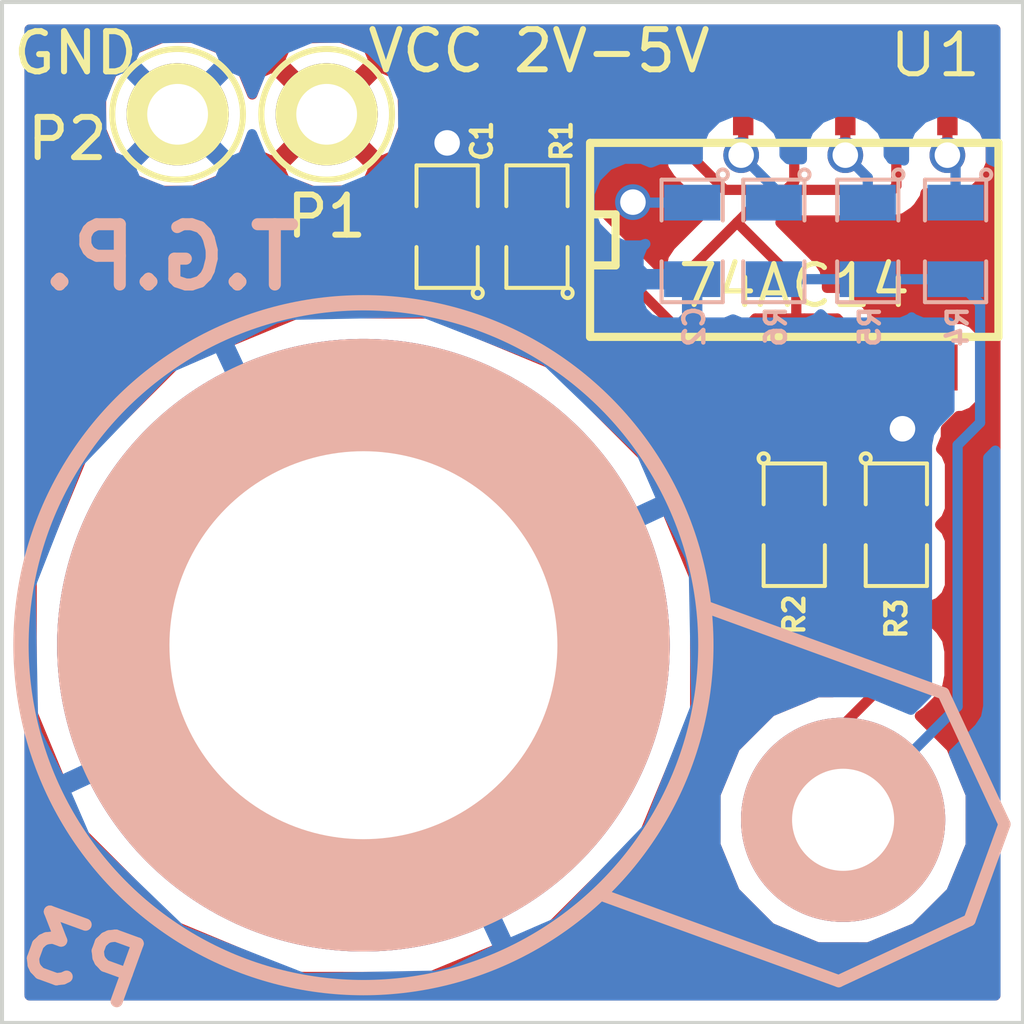
<source format=kicad_pcb>
(kicad_pcb (version 3) (host pcbnew "(2013-07-07 BZR 4022)-stable")

  (general
    (links 24)
    (no_connects 0)
    (area 176.210734 101.143599 201.827601 126.763333)
    (thickness 1.6)
    (drawings 6)
    (tracks 76)
    (zones 0)
    (modules 12)
    (nets 11)
  )

  (page A3)
  (layers
    (15 F.Cu signal)
    (0 B.Cu signal hide)
    (16 B.Adhes user)
    (17 F.Adhes user)
    (18 B.Paste user)
    (19 F.Paste user)
    (20 B.SilkS user)
    (21 F.SilkS user)
    (22 B.Mask user)
    (23 F.Mask user)
    (24 Dwgs.User user)
    (25 Cmts.User user)
    (26 Eco1.User user)
    (27 Eco2.User user)
    (28 Edge.Cuts user)
  )

  (setup
    (last_trace_width 0.254)
    (trace_clearance 0.254)
    (zone_clearance 0.508)
    (zone_45_only no)
    (trace_min 0.254)
    (segment_width 0.2)
    (edge_width 0.1)
    (via_size 0.889)
    (via_drill 0.635)
    (via_min_size 0.889)
    (via_min_drill 0.508)
    (uvia_size 0.508)
    (uvia_drill 0.127)
    (uvias_allowed no)
    (uvia_min_size 0.508)
    (uvia_min_drill 0.127)
    (pcb_text_width 0.3)
    (pcb_text_size 1.5 1.5)
    (mod_edge_width 0.15)
    (mod_text_size 1 1)
    (mod_text_width 0.15)
    (pad_size 2.54 2.54)
    (pad_drill 1.5113)
    (pad_to_mask_clearance 0)
    (aux_axis_origin 0 0)
    (visible_elements FFFFFFBF)
    (pcbplotparams
      (layerselection 284196865)
      (usegerberextensions true)
      (excludeedgelayer true)
      (linewidth 0.150000)
      (plotframeref false)
      (viasonmask false)
      (mode 1)
      (useauxorigin false)
      (hpglpennumber 1)
      (hpglpenspeed 20)
      (hpglpendiameter 15)
      (hpglpenoverlay 2)
      (psnegative false)
      (psa4output false)
      (plotreference true)
      (plotvalue true)
      (plotothertext true)
      (plotinvisibletext false)
      (padsonsilk false)
      (subtractmaskfromsilk false)
      (outputformat 1)
      (mirror false)
      (drillshape 0)
      (scaleselection 1)
      (outputdirectory "New Folder/"))
  )

  (net 0 "")
  (net 1 GND)
  (net 2 N-000001)
  (net 3 N-0000010)
  (net 4 N-000002)
  (net 5 N-000003)
  (net 6 N-000004)
  (net 7 N-000005)
  (net 8 N-000006)
  (net 9 N-000007)
  (net 10 VCC)

  (net_class Default "This is the default net class."
    (clearance 0.254)
    (trace_width 0.254)
    (via_dia 0.889)
    (via_drill 0.635)
    (uvia_dia 0.508)
    (uvia_drill 0.127)
    (add_net "")
    (add_net GND)
    (add_net N-000001)
    (add_net N-0000010)
    (add_net N-000002)
    (add_net N-000003)
    (add_net N-000004)
    (add_net N-000005)
    (add_net N-000006)
    (add_net N-000007)
    (add_net VCC)
  )

  (module SO14N (layer F.Cu) (tedit 52C90EEA) (tstamp 52C8BE5E)
    (at 196.088 106.9848)
    (descr "Module CMS SOJ 14 pins Large")
    (tags "CMS SOJ")
    (path /52C88D6B)
    (attr smd)
    (fp_text reference U1 (at 3.5052 -4.4704) (layer F.SilkS)
      (effects (font (size 1.016 1.143) (thickness 0.127)))
    )
    (fp_text value 74AC14 (at 0 1.27) (layer F.SilkS)
      (effects (font (size 1.016 1.016) (thickness 0.127)))
    )
    (fp_line (start 5.08 -2.286) (end 5.08 2.54) (layer F.SilkS) (width 0.2032))
    (fp_line (start 5.08 2.54) (end -5.08 2.54) (layer F.SilkS) (width 0.2032))
    (fp_line (start -5.08 2.54) (end -5.08 -2.286) (layer F.SilkS) (width 0.2032))
    (fp_line (start -5.08 -2.286) (end 5.08 -2.286) (layer F.SilkS) (width 0.2032))
    (fp_line (start -5.08 -0.508) (end -4.445 -0.508) (layer F.SilkS) (width 0.2032))
    (fp_line (start -4.445 -0.508) (end -4.445 0.762) (layer F.SilkS) (width 0.2032))
    (fp_line (start -4.445 0.762) (end -5.08 0.762) (layer F.SilkS) (width 0.2032))
    (pad 1 smd rect (at -3.81 3.302) (size 0.508 1.143)
      (layers F.Cu F.Paste F.Mask)
      (net 2 N-000001)
    )
    (pad 2 smd rect (at -2.54 3.302) (size 0.508 1.143)
      (layers F.Cu F.Paste F.Mask)
      (net 3 N-0000010)
    )
    (pad 3 smd rect (at -1.27 3.302) (size 0.508 1.143)
      (layers F.Cu F.Paste F.Mask)
      (net 3 N-0000010)
    )
    (pad 4 smd rect (at 0 3.302) (size 0.508 1.143)
      (layers F.Cu F.Paste F.Mask)
      (net 9 N-000007)
    )
    (pad 5 smd rect (at 1.27 3.302) (size 0.508 1.143)
      (layers F.Cu F.Paste F.Mask)
      (net 3 N-0000010)
    )
    (pad 6 smd rect (at 2.54 3.302) (size 0.508 1.143)
      (layers F.Cu F.Paste F.Mask)
      (net 8 N-000006)
    )
    (pad 7 smd rect (at 3.81 3.302) (size 0.508 1.143)
      (layers F.Cu F.Paste F.Mask)
      (net 1 GND)
    )
    (pad 8 smd rect (at 3.81 -3.048) (size 0.508 1.143)
      (layers F.Cu F.Paste F.Mask)
      (net 7 N-000005)
    )
    (pad 9 smd rect (at 2.54 -3.048) (size 0.508 1.143)
      (layers F.Cu F.Paste F.Mask)
      (net 3 N-0000010)
    )
    (pad 11 smd rect (at 0 -3.048) (size 0.508 1.143)
      (layers F.Cu F.Paste F.Mask)
      (net 3 N-0000010)
    )
    (pad 12 smd rect (at -1.27 -3.048) (size 0.508 1.143)
      (layers F.Cu F.Paste F.Mask)
      (net 5 N-000003)
    )
    (pad 13 smd rect (at -2.54 -3.048) (size 0.508 1.143)
      (layers F.Cu F.Paste F.Mask)
      (net 3 N-0000010)
    )
    (pad 14 smd rect (at -3.81 -3.048) (size 0.508 1.143)
      (layers F.Cu F.Paste F.Mask)
      (net 10 VCC)
    )
    (pad 10 smd rect (at 1.27 -3.048) (size 0.508 1.143)
      (layers F.Cu F.Paste F.Mask)
      (net 6 N-000004)
    )
    (model smd/cms_so14.wrl
      (at (xyz 0 0 0))
      (scale (xyz 0.5 0.4 0.5))
      (rotate (xyz 0 0 0))
    )
  )

  (module SM0805 (layer F.Cu) (tedit 52C909B5) (tstamp 52C8BE6B)
    (at 187.452 106.7816 90)
    (path /52C85AE6)
    (attr smd)
    (fp_text reference C1 (at 2.1336 0.8636 90) (layer F.SilkS)
      (effects (font (size 0.50038 0.50038) (thickness 0.10922)))
    )
    (fp_text value 47nF (at 0 0.381 90) (layer F.SilkS) hide
      (effects (font (size 0.50038 0.50038) (thickness 0.10922)))
    )
    (fp_circle (center -1.651 0.762) (end -1.651 0.635) (layer F.SilkS) (width 0.09906))
    (fp_line (start -0.508 0.762) (end -1.524 0.762) (layer F.SilkS) (width 0.09906))
    (fp_line (start -1.524 0.762) (end -1.524 -0.762) (layer F.SilkS) (width 0.09906))
    (fp_line (start -1.524 -0.762) (end -0.508 -0.762) (layer F.SilkS) (width 0.09906))
    (fp_line (start 0.508 -0.762) (end 1.524 -0.762) (layer F.SilkS) (width 0.09906))
    (fp_line (start 1.524 -0.762) (end 1.524 0.762) (layer F.SilkS) (width 0.09906))
    (fp_line (start 1.524 0.762) (end 0.508 0.762) (layer F.SilkS) (width 0.09906))
    (pad 1 smd rect (at -0.9525 0 90) (size 0.889 1.397)
      (layers F.Cu F.Paste F.Mask)
      (net 2 N-000001)
    )
    (pad 2 smd rect (at 0.9525 0 90) (size 0.889 1.397)
      (layers F.Cu F.Paste F.Mask)
      (net 1 GND)
    )
    (model smd/chip_cms.wrl
      (at (xyz 0 0 0))
      (scale (xyz 0.1 0.1 0.1))
      (rotate (xyz 0 0 0))
    )
  )

  (module SM0805 (layer B.Cu) (tedit 52C90A68) (tstamp 52C8BE78)
    (at 193.548 107.1372 270)
    (path /52C85B3A)
    (attr smd)
    (fp_text reference C2 (at 2.1336 -0.0508 270) (layer B.SilkS)
      (effects (font (size 0.50038 0.50038) (thickness 0.10922)) (justify mirror))
    )
    (fp_text value 100nF (at 0 -0.381 270) (layer B.SilkS) hide
      (effects (font (size 0.50038 0.50038) (thickness 0.10922)) (justify mirror))
    )
    (fp_circle (center -1.651 -0.762) (end -1.651 -0.635) (layer B.SilkS) (width 0.09906))
    (fp_line (start -0.508 -0.762) (end -1.524 -0.762) (layer B.SilkS) (width 0.09906))
    (fp_line (start -1.524 -0.762) (end -1.524 0.762) (layer B.SilkS) (width 0.09906))
    (fp_line (start -1.524 0.762) (end -0.508 0.762) (layer B.SilkS) (width 0.09906))
    (fp_line (start 0.508 0.762) (end 1.524 0.762) (layer B.SilkS) (width 0.09906))
    (fp_line (start 1.524 0.762) (end 1.524 -0.762) (layer B.SilkS) (width 0.09906))
    (fp_line (start 1.524 -0.762) (end 0.508 -0.762) (layer B.SilkS) (width 0.09906))
    (pad 1 smd rect (at -0.9525 0 270) (size 0.889 1.397)
      (layers B.Cu B.Paste B.Mask)
      (net 10 VCC)
    )
    (pad 2 smd rect (at 0.9525 0 270) (size 0.889 1.397)
      (layers B.Cu B.Paste B.Mask)
      (net 1 GND)
    )
    (model smd/chip_cms.wrl
      (at (xyz 0 0 0))
      (scale (xyz 0.1 0.1 0.1))
      (rotate (xyz 0 0 0))
    )
  )

  (module SM0805 (layer F.Cu) (tedit 52C90AD2) (tstamp 52C8BE85)
    (at 196.088 114.1984 270)
    (path /52C85C27)
    (attr smd)
    (fp_text reference R2 (at 2.2352 0 270) (layer F.SilkS)
      (effects (font (size 0.50038 0.50038) (thickness 0.10922)))
    )
    (fp_text value 220 (at 0 0.381 270) (layer F.SilkS) hide
      (effects (font (size 0.50038 0.50038) (thickness 0.10922)))
    )
    (fp_circle (center -1.651 0.762) (end -1.651 0.635) (layer F.SilkS) (width 0.09906))
    (fp_line (start -0.508 0.762) (end -1.524 0.762) (layer F.SilkS) (width 0.09906))
    (fp_line (start -1.524 0.762) (end -1.524 -0.762) (layer F.SilkS) (width 0.09906))
    (fp_line (start -1.524 -0.762) (end -0.508 -0.762) (layer F.SilkS) (width 0.09906))
    (fp_line (start 0.508 -0.762) (end 1.524 -0.762) (layer F.SilkS) (width 0.09906))
    (fp_line (start 1.524 -0.762) (end 1.524 0.762) (layer F.SilkS) (width 0.09906))
    (fp_line (start 1.524 0.762) (end 0.508 0.762) (layer F.SilkS) (width 0.09906))
    (pad 1 smd rect (at -0.9525 0 270) (size 0.889 1.397)
      (layers F.Cu F.Paste F.Mask)
      (net 9 N-000007)
    )
    (pad 2 smd rect (at 0.9525 0 270) (size 0.889 1.397)
      (layers F.Cu F.Paste F.Mask)
      (net 4 N-000002)
    )
    (model smd/chip_cms.wrl
      (at (xyz 0 0 0))
      (scale (xyz 0.1 0.1 0.1))
      (rotate (xyz 0 0 0))
    )
  )

  (module SM0805 (layer F.Cu) (tedit 52C90ACA) (tstamp 52C8BE92)
    (at 198.628 114.1984 270)
    (path /52C85C2D)
    (attr smd)
    (fp_text reference R3 (at 2.3368 0 270) (layer F.SilkS)
      (effects (font (size 0.50038 0.50038) (thickness 0.10922)))
    )
    (fp_text value 220 (at 0 0.381 270) (layer F.SilkS) hide
      (effects (font (size 0.50038 0.50038) (thickness 0.10922)))
    )
    (fp_circle (center -1.651 0.762) (end -1.651 0.635) (layer F.SilkS) (width 0.09906))
    (fp_line (start -0.508 0.762) (end -1.524 0.762) (layer F.SilkS) (width 0.09906))
    (fp_line (start -1.524 0.762) (end -1.524 -0.762) (layer F.SilkS) (width 0.09906))
    (fp_line (start -1.524 -0.762) (end -0.508 -0.762) (layer F.SilkS) (width 0.09906))
    (fp_line (start 0.508 -0.762) (end 1.524 -0.762) (layer F.SilkS) (width 0.09906))
    (fp_line (start 1.524 -0.762) (end 1.524 0.762) (layer F.SilkS) (width 0.09906))
    (fp_line (start 1.524 0.762) (end 0.508 0.762) (layer F.SilkS) (width 0.09906))
    (pad 1 smd rect (at -0.9525 0 270) (size 0.889 1.397)
      (layers F.Cu F.Paste F.Mask)
      (net 8 N-000006)
    )
    (pad 2 smd rect (at 0.9525 0 270) (size 0.889 1.397)
      (layers F.Cu F.Paste F.Mask)
      (net 4 N-000002)
    )
    (model smd/chip_cms.wrl
      (at (xyz 0 0 0))
      (scale (xyz 0.1 0.1 0.1))
      (rotate (xyz 0 0 0))
    )
  )

  (module SM0805 (layer B.Cu) (tedit 52C90A56) (tstamp 52C8BE9F)
    (at 200.1012 107.1372 270)
    (path /52C85C33)
    (attr smd)
    (fp_text reference R4 (at 2.1336 -0.0508 270) (layer B.SilkS)
      (effects (font (size 0.50038 0.50038) (thickness 0.10922)) (justify mirror))
    )
    (fp_text value 220 (at 0 -0.381 270) (layer B.SilkS) hide
      (effects (font (size 0.50038 0.50038) (thickness 0.10922)) (justify mirror))
    )
    (fp_circle (center -1.651 -0.762) (end -1.651 -0.635) (layer B.SilkS) (width 0.09906))
    (fp_line (start -0.508 -0.762) (end -1.524 -0.762) (layer B.SilkS) (width 0.09906))
    (fp_line (start -1.524 -0.762) (end -1.524 0.762) (layer B.SilkS) (width 0.09906))
    (fp_line (start -1.524 0.762) (end -0.508 0.762) (layer B.SilkS) (width 0.09906))
    (fp_line (start 0.508 0.762) (end 1.524 0.762) (layer B.SilkS) (width 0.09906))
    (fp_line (start 1.524 0.762) (end 1.524 -0.762) (layer B.SilkS) (width 0.09906))
    (fp_line (start 1.524 -0.762) (end 0.508 -0.762) (layer B.SilkS) (width 0.09906))
    (pad 1 smd rect (at -0.9525 0 270) (size 0.889 1.397)
      (layers B.Cu B.Paste B.Mask)
      (net 7 N-000005)
    )
    (pad 2 smd rect (at 0.9525 0 270) (size 0.889 1.397)
      (layers B.Cu B.Paste B.Mask)
      (net 4 N-000002)
    )
    (model smd/chip_cms.wrl
      (at (xyz 0 0 0))
      (scale (xyz 0.1 0.1 0.1))
      (rotate (xyz 0 0 0))
    )
  )

  (module SM0805 (layer B.Cu) (tedit 52C90A5B) (tstamp 52C8BEAC)
    (at 197.9168 107.1372 270)
    (path /52C85C43)
    (attr smd)
    (fp_text reference R5 (at 2.1336 -0.0508 270) (layer B.SilkS)
      (effects (font (size 0.50038 0.50038) (thickness 0.10922)) (justify mirror))
    )
    (fp_text value 220 (at 0 -0.381 270) (layer B.SilkS) hide
      (effects (font (size 0.50038 0.50038) (thickness 0.10922)) (justify mirror))
    )
    (fp_circle (center -1.651 -0.762) (end -1.651 -0.635) (layer B.SilkS) (width 0.09906))
    (fp_line (start -0.508 -0.762) (end -1.524 -0.762) (layer B.SilkS) (width 0.09906))
    (fp_line (start -1.524 -0.762) (end -1.524 0.762) (layer B.SilkS) (width 0.09906))
    (fp_line (start -1.524 0.762) (end -0.508 0.762) (layer B.SilkS) (width 0.09906))
    (fp_line (start 0.508 0.762) (end 1.524 0.762) (layer B.SilkS) (width 0.09906))
    (fp_line (start 1.524 0.762) (end 1.524 -0.762) (layer B.SilkS) (width 0.09906))
    (fp_line (start 1.524 -0.762) (end 0.508 -0.762) (layer B.SilkS) (width 0.09906))
    (pad 1 smd rect (at -0.9525 0 270) (size 0.889 1.397)
      (layers B.Cu B.Paste B.Mask)
      (net 6 N-000004)
    )
    (pad 2 smd rect (at 0.9525 0 270) (size 0.889 1.397)
      (layers B.Cu B.Paste B.Mask)
      (net 4 N-000002)
    )
    (model smd/chip_cms.wrl
      (at (xyz 0 0 0))
      (scale (xyz 0.1 0.1 0.1))
      (rotate (xyz 0 0 0))
    )
  )

  (module SM0805 (layer B.Cu) (tedit 52C90A60) (tstamp 52C8BEB9)
    (at 195.58 107.1372 270)
    (path /52C85C49)
    (attr smd)
    (fp_text reference R6 (at 2.1336 -0.0508 270) (layer B.SilkS)
      (effects (font (size 0.50038 0.50038) (thickness 0.10922)) (justify mirror))
    )
    (fp_text value 220 (at 0 -0.381 270) (layer B.SilkS) hide
      (effects (font (size 0.50038 0.50038) (thickness 0.10922)) (justify mirror))
    )
    (fp_circle (center -1.651 -0.762) (end -1.651 -0.635) (layer B.SilkS) (width 0.09906))
    (fp_line (start -0.508 -0.762) (end -1.524 -0.762) (layer B.SilkS) (width 0.09906))
    (fp_line (start -1.524 -0.762) (end -1.524 0.762) (layer B.SilkS) (width 0.09906))
    (fp_line (start -1.524 0.762) (end -0.508 0.762) (layer B.SilkS) (width 0.09906))
    (fp_line (start 0.508 0.762) (end 1.524 0.762) (layer B.SilkS) (width 0.09906))
    (fp_line (start 1.524 0.762) (end 1.524 -0.762) (layer B.SilkS) (width 0.09906))
    (fp_line (start 1.524 -0.762) (end 0.508 -0.762) (layer B.SilkS) (width 0.09906))
    (pad 1 smd rect (at -0.9525 0 270) (size 0.889 1.397)
      (layers B.Cu B.Paste B.Mask)
      (net 5 N-000003)
    )
    (pad 2 smd rect (at 0.9525 0 270) (size 0.889 1.397)
      (layers B.Cu B.Paste B.Mask)
      (net 4 N-000002)
    )
    (model smd/chip_cms.wrl
      (at (xyz 0 0 0))
      (scale (xyz 0.1 0.1 0.1))
      (rotate (xyz 0 0 0))
    )
  )

  (module SM0805 (layer F.Cu) (tedit 52C909A0) (tstamp 52C8BEC6)
    (at 189.6872 106.7816 90)
    (path /52C8ACF2)
    (attr smd)
    (fp_text reference R1 (at 2.1336 0.6096 90) (layer F.SilkS)
      (effects (font (size 0.50038 0.50038) (thickness 0.10922)))
    )
    (fp_text value 6.8K (at 0 0.381 90) (layer F.SilkS) hide
      (effects (font (size 0.50038 0.50038) (thickness 0.10922)))
    )
    (fp_circle (center -1.651 0.762) (end -1.651 0.635) (layer F.SilkS) (width 0.09906))
    (fp_line (start -0.508 0.762) (end -1.524 0.762) (layer F.SilkS) (width 0.09906))
    (fp_line (start -1.524 0.762) (end -1.524 -0.762) (layer F.SilkS) (width 0.09906))
    (fp_line (start -1.524 -0.762) (end -0.508 -0.762) (layer F.SilkS) (width 0.09906))
    (fp_line (start 0.508 -0.762) (end 1.524 -0.762) (layer F.SilkS) (width 0.09906))
    (fp_line (start 1.524 -0.762) (end 1.524 0.762) (layer F.SilkS) (width 0.09906))
    (fp_line (start 1.524 0.762) (end 0.508 0.762) (layer F.SilkS) (width 0.09906))
    (pad 1 smd rect (at -0.9525 0 90) (size 0.889 1.397)
      (layers F.Cu F.Paste F.Mask)
      (net 2 N-000001)
    )
    (pad 2 smd rect (at 0.9525 0 90) (size 0.889 1.397)
      (layers F.Cu F.Paste F.Mask)
      (net 3 N-0000010)
    )
    (model smd/chip_cms.wrl
      (at (xyz 0 0 0))
      (scale (xyz 0.1 0.1 0.1))
      (rotate (xyz 0 0 0))
    )
  )

  (module TESTPOINT_1PIN (layer F.Cu) (tedit 52C90BF5) (tstamp 52C9F278)
    (at 184.4548 103.9876)
    (path /52C8AFBA)
    (fp_text reference P1 (at 0 2.54) (layer F.SilkS)
      (effects (font (size 1 1) (thickness 0.15)))
    )
    (fp_text value "VCC 2V-5V" (at 5.2832 -1.5748) (layer F.SilkS)
      (effects (font (size 1 1) (thickness 0.15)))
    )
    (fp_circle (center 0 0) (end 1.6256 0) (layer F.SilkS) (width 0.15))
    (pad 1 thru_hole circle (at 0 0) (size 2.54 2.54) (drill 1.5113)
      (layers *.Cu *.Mask F.SilkS)
      (net 10 VCC)
      (solder_mask_margin 0.254)
    )
  )

  (module TESTPOINT_1PIN (layer F.Cu) (tedit 52C90E59) (tstamp 52C9F27E)
    (at 180.7464 103.9876)
    (path /52C8AFC0)
    (fp_text reference P2 (at -2.7432 0.6096) (layer F.SilkS)
      (effects (font (size 1 1) (thickness 0.15)))
    )
    (fp_text value GND (at -2.54 -1.524) (layer F.SilkS)
      (effects (font (size 1 1) (thickness 0.15)))
    )
    (fp_circle (center 0 0) (end 1.6256 0) (layer F.SilkS) (width 0.15))
    (pad 1 thru_hole circle (at 0 0) (size 2.54 2.54) (drill 1.5113)
      (layers *.Cu *.Mask F.SilkS)
      (net 1 GND)
      (solder_mask_margin 0.254)
    )
  )

  (module bnc (layer B.Cu) (tedit 52C90AB5) (tstamp 52C9F325)
    (at 185.3692 117.1956 340)
    (path /52C85DCB)
    (fp_text reference P3 (at -3.864193 9.731727 340) (layer B.SilkS)
      (effects (font (size 1.524 1.524) (thickness 0.3048)) (justify mirror))
    )
    (fp_text value BNC (at 0.400848 -9.444256 340) (layer B.SilkS) hide
      (effects (font (size 1.524 1.524) (thickness 0.3048)) (justify mirror))
    )
    (fp_line (start 7.62 -3.81) (end 13.97 -3.81) (layer B.SilkS) (width 0.3048))
    (fp_line (start 13.97 -3.81) (end 16.51 -1.27) (layer B.SilkS) (width 0.3048))
    (fp_line (start 16.51 -1.27) (end 16.51 1.27) (layer B.SilkS) (width 0.3048))
    (fp_line (start 16.51 1.27) (end 13.97 3.81) (layer B.SilkS) (width 0.3048))
    (fp_line (start 13.97 3.81) (end 7.62 3.81) (layer B.SilkS) (width 0.3048))
    (fp_circle (center 0 0) (end 7.62 -3.81) (layer B.SilkS) (width 0.381))
    (pad 2 thru_hole circle (at 0 0 340) (size 15.24 15.24) (drill 9.652)
      (layers *.Cu *.Mask B.SilkS)
      (net 1 GND)
    )
    (pad 1 thru_hole circle (at 12.7 0 340) (size 5.08 5.08) (drill 2.54)
      (layers *.Cu *.Mask B.SilkS)
      (net 4 N-000002)
    )
    (model device/bnc.wrl
      (at (xyz 0 0 0))
      (scale (xyz 2 2 2))
      (rotate (xyz 0 0 0))
    )
  )

  (gr_text "Schmitt\nTrigger\nOsc" (at 176.9872 106.934) (layer F.Mask)
    (effects (font (size 1.016 1.016) (thickness 0.1905)) (justify left))
  )
  (gr_text T.G.P. (at 180.594 107.5436) (layer B.SilkS)
    (effects (font (size 1.5 1.5) (thickness 0.3)) (justify mirror))
  )
  (gr_line (start 176.3776 101.1936) (end 176.3776 126.5936) (angle 90) (layer Edge.Cuts) (width 0.1))
  (gr_line (start 201.7776 101.1936) (end 176.3776 101.1936) (angle 90) (layer Edge.Cuts) (width 0.1))
  (gr_line (start 201.7776 126.5936) (end 201.7776 101.1936) (angle 90) (layer Edge.Cuts) (width 0.1))
  (gr_line (start 176.3776 126.5936) (end 201.7776 126.5936) (angle 90) (layer Edge.Cuts) (width 0.1))

  (segment (start 199.898 110.2868) (end 199.898 110.6932) (width 0.254) (layer F.Cu) (net 1))
  (via (at 198.7804 111.8108) (size 0.889) (layers F.Cu B.Cu) (net 1))
  (segment (start 199.898 110.6932) (end 198.7804 111.8108) (width 0.254) (layer F.Cu) (net 1) (tstamp 52C9FAFB))
  (segment (start 187.452 105.8291) (end 187.452 104.6988) (width 0.254) (layer F.Cu) (net 1))
  (via (at 187.452 104.6988) (size 0.889) (layers F.Cu B.Cu) (net 1))
  (segment (start 192.278 110.2868) (end 192.2399 110.2868) (width 0.254) (layer F.Cu) (net 2))
  (segment (start 192.2399 110.2868) (end 189.6872 107.7341) (width 0.254) (layer F.Cu) (net 2) (tstamp 52C9F7B8))
  (segment (start 189.6872 107.7341) (end 187.452 107.7341) (width 0.254) (layer F.Cu) (net 2) (tstamp 52C9F7B9))
  (segment (start 194.6656 106.68) (end 195.4784 105.8672) (width 0.254) (layer F.Cu) (net 3))
  (segment (start 195.4784 105.8672) (end 195.4276 105.8672) (width 0.254) (layer F.Cu) (net 3) (tstamp 52C9FB25))
  (segment (start 196.088 103.9368) (end 196.088 105.664) (width 0.254) (layer F.Cu) (net 3))
  (segment (start 196.088 105.664) (end 195.8848 105.8672) (width 0.254) (layer F.Cu) (net 3) (tstamp 52C9FB20))
  (segment (start 198.628 103.9368) (end 198.628 105.7656) (width 0.254) (layer F.Cu) (net 3))
  (segment (start 193.548 105.0544) (end 193.548 103.9368) (width 0.254) (layer F.Cu) (net 3) (tstamp 52C9FB1C))
  (segment (start 195.4276 105.8672) (end 194.3608 105.8672) (width 0.254) (layer F.Cu) (net 3) (tstamp 52C9FB28))
  (segment (start 194.3608 105.8672) (end 193.548 105.0544) (width 0.254) (layer F.Cu) (net 3) (tstamp 52C9FB1B))
  (segment (start 198.5264 105.8672) (end 195.8848 105.8672) (width 0.254) (layer F.Cu) (net 3) (tstamp 52C9FB1A))
  (segment (start 195.8848 105.8672) (end 195.4276 105.8672) (width 0.254) (layer F.Cu) (net 3) (tstamp 52C9FB23))
  (segment (start 198.628 105.7656) (end 198.5264 105.8672) (width 0.254) (layer F.Cu) (net 3) (tstamp 52C9FB19))
  (segment (start 196.1388 109.0676) (end 196.1388 108.1532) (width 0.254) (layer F.Cu) (net 3))
  (segment (start 196.1388 108.1532) (end 194.6656 106.68) (width 0.254) (layer F.Cu) (net 3) (tstamp 52C9FA63))
  (segment (start 193.548 110.2868) (end 193.548 107.7976) (width 0.254) (layer F.Cu) (net 3))
  (segment (start 193.548 107.7976) (end 194.6656 106.68) (width 0.254) (layer F.Cu) (net 3) (tstamp 52C9FA5D))
  (segment (start 197.358 110.2868) (end 197.358 109.2708) (width 0.254) (layer F.Cu) (net 3))
  (segment (start 197.358 109.2708) (end 197.1548 109.0676) (width 0.254) (layer F.Cu) (net 3) (tstamp 52C9FA43))
  (segment (start 197.1548 109.0676) (end 196.342 109.0676) (width 0.254) (layer F.Cu) (net 3) (tstamp 52C9FA44))
  (segment (start 194.818 109.3724) (end 194.818 110.2868) (width 0.254) (layer F.Cu) (net 3) (tstamp 52C9FA46))
  (segment (start 196.342 109.0676) (end 196.1388 109.0676) (width 0.254) (layer F.Cu) (net 3) (tstamp 52C9FA54))
  (segment (start 196.1388 109.0676) (end 195.1228 109.0676) (width 0.254) (layer F.Cu) (net 3) (tstamp 52C9FA61))
  (segment (start 195.1228 109.0676) (end 194.818 109.3724) (width 0.254) (layer F.Cu) (net 3) (tstamp 52C9FA45))
  (segment (start 193.548 110.2868) (end 193.548 109.6899) (width 0.254) (layer F.Cu) (net 3))
  (segment (start 193.548 109.6899) (end 189.6872 105.8291) (width 0.254) (layer F.Cu) (net 3) (tstamp 52C9F802))
  (segment (start 197.303296 121.539256) (end 197.303296 119.180704) (width 0.254) (layer F.Cu) (net 4))
  (segment (start 197.5739 115.1509) (end 197.4723 115.1509) (width 0.254) (layer F.Cu) (net 4) (tstamp 52C9FB57))
  (segment (start 197.0024 115.7224) (end 197.5739 115.1509) (width 0.254) (layer F.Cu) (net 4) (tstamp 52C9FB56))
  (segment (start 196.6976 116.0272) (end 197.0024 115.7224) (width 0.254) (layer F.Cu) (net 4) (tstamp 52C9FB55))
  (segment (start 196.6976 116.4336) (end 196.6976 116.0272) (width 0.254) (layer F.Cu) (net 4) (tstamp 52C9FB54))
  (segment (start 197.1548 116.8908) (end 196.6976 116.4336) (width 0.254) (layer F.Cu) (net 4) (tstamp 52C9FB53))
  (segment (start 198.7296 116.8908) (end 197.1548 116.8908) (width 0.254) (layer F.Cu) (net 4) (tstamp 52C9FB52))
  (segment (start 199.1868 117.348) (end 198.7296 116.8908) (width 0.254) (layer F.Cu) (net 4) (tstamp 52C9FB51))
  (segment (start 199.1868 117.9576) (end 199.1868 117.348) (width 0.254) (layer F.Cu) (net 4) (tstamp 52C9FB50))
  (segment (start 198.8312 118.3132) (end 199.1868 117.9576) (width 0.254) (layer F.Cu) (net 4) (tstamp 52C9FB4F))
  (segment (start 198.1708 118.3132) (end 198.8312 118.3132) (width 0.254) (layer F.Cu) (net 4) (tstamp 52C9FB4E))
  (segment (start 197.303296 119.180704) (end 198.1708 118.3132) (width 0.254) (layer F.Cu) (net 4) (tstamp 52C9FB4D))
  (segment (start 196.088 115.1509) (end 197.1548 115.1509) (width 0.254) (layer F.Cu) (net 4))
  (segment (start 197.1548 115.1509) (end 197.4723 115.1509) (width 0.254) (layer F.Cu) (net 4) (tstamp 52C9FAB6))
  (segment (start 197.4723 115.1509) (end 198.628 115.1509) (width 0.254) (layer F.Cu) (net 4) (tstamp 52C9FB5A))
  (segment (start 197.303296 121.539256) (end 197.332344 121.539256) (width 0.254) (layer B.Cu) (net 4))
  (segment (start 197.332344 121.539256) (end 200.152 118.7196) (width 0.254) (layer B.Cu) (net 4) (tstamp 52C9FA6F))
  (segment (start 200.152 118.7196) (end 200.152 112.2172) (width 0.254) (layer B.Cu) (net 4) (tstamp 52C9FA70))
  (segment (start 200.152 112.2172) (end 200.7108 111.6584) (width 0.254) (layer B.Cu) (net 4) (tstamp 52C9FA72))
  (segment (start 200.7108 111.6584) (end 200.7108 108.6993) (width 0.254) (layer B.Cu) (net 4) (tstamp 52C9FA73))
  (segment (start 200.7108 108.6993) (end 200.1012 108.0897) (width 0.254) (layer B.Cu) (net 4) (tstamp 52C9FA74))
  (segment (start 197.9168 108.0897) (end 200.1012 108.0897) (width 0.254) (layer B.Cu) (net 4))
  (segment (start 195.58 108.0897) (end 197.9168 108.0897) (width 0.254) (layer B.Cu) (net 4))
  (segment (start 195.58 106.1847) (end 195.58 105.8164) (width 0.254) (layer B.Cu) (net 5))
  (segment (start 194.818 104.9528) (end 194.818 103.9368) (width 0.254) (layer F.Cu) (net 5) (tstamp 52C9FB16))
  (segment (start 194.7672 105.0036) (end 194.818 104.9528) (width 0.254) (layer F.Cu) (net 5) (tstamp 52C9FB15))
  (via (at 194.7672 105.0036) (size 0.889) (layers F.Cu B.Cu) (net 5))
  (segment (start 195.58 105.8164) (end 194.7672 105.0036) (width 0.254) (layer B.Cu) (net 5) (tstamp 52C9FB13))
  (segment (start 197.9168 106.1847) (end 197.9168 105.5624) (width 0.254) (layer B.Cu) (net 6))
  (segment (start 197.358 105.0036) (end 197.358 103.9368) (width 0.254) (layer F.Cu) (net 6) (tstamp 52C9FB0E))
  (via (at 197.358 105.0036) (size 0.889) (layers F.Cu B.Cu) (net 6))
  (segment (start 197.9168 105.5624) (end 197.358 105.0036) (width 0.254) (layer B.Cu) (net 6) (tstamp 52C9FB0C))
  (segment (start 200.1012 106.1847) (end 200.1012 105.2068) (width 0.254) (layer B.Cu) (net 7))
  (segment (start 199.898 105.0036) (end 199.898 103.9368) (width 0.254) (layer F.Cu) (net 7) (tstamp 52C9FB07))
  (via (at 199.898 105.0036) (size 0.889) (layers F.Cu B.Cu) (net 7))
  (segment (start 200.1012 105.2068) (end 199.898 105.0036) (width 0.254) (layer B.Cu) (net 7) (tstamp 52C9FB05))
  (segment (start 198.628 110.2868) (end 198.628 110.5408) (width 0.254) (layer F.Cu) (net 8))
  (segment (start 197.5612 112.1791) (end 198.628 113.2459) (width 0.254) (layer F.Cu) (net 8) (tstamp 52C9FB30))
  (segment (start 197.5612 111.6076) (end 197.5612 112.1791) (width 0.254) (layer F.Cu) (net 8) (tstamp 52C9FB2F))
  (segment (start 198.628 110.5408) (end 197.5612 111.6076) (width 0.254) (layer F.Cu) (net 8) (tstamp 52C9FB2E))
  (segment (start 196.088 110.2868) (end 196.088 113.2459) (width 0.254) (layer F.Cu) (net 9))
  (segment (start 193.548 106.1847) (end 192.0875 106.1847) (width 0.254) (layer B.Cu) (net 10))
  (via (at 192.0748 106.172) (size 0.889) (layers F.Cu B.Cu) (net 10))
  (segment (start 192.0875 106.1847) (end 192.0748 106.172) (width 0.254) (layer B.Cu) (net 10) (tstamp 52C9FAC1))

  (zone (net 10) (net_name VCC) (layer F.Cu) (tstamp 52C9F9B3) (hatch edge 0.508)
    (connect_pads (clearance 0.508))
    (min_thickness 0.254)
    (fill (arc_segments 16) (thermal_gap 0.508) (thermal_bridge_width 0.508))
    (polygon
      (pts
        (xy 201.676 126.492) (xy 176.4792 126.492) (xy 176.4792 101.2952) (xy 201.676 101.2952)
      )
    )
    (filled_polygon
      (pts
        (xy 201.0926 125.9086) (xy 200.977687 125.9086) (xy 200.977687 104.789816) (xy 200.813689 104.392911) (xy 200.78711 104.366285)
        (xy 200.78711 103.239545) (xy 200.690641 103.006071) (xy 200.512168 102.827287) (xy 200.278864 102.730411) (xy 200.026245 102.73019)
        (xy 199.518245 102.73019) (xy 199.284771 102.826659) (xy 199.263118 102.848273) (xy 199.242168 102.827287) (xy 199.008864 102.730411)
        (xy 198.756245 102.73019) (xy 198.248245 102.73019) (xy 198.014771 102.826659) (xy 197.993118 102.848273) (xy 197.972168 102.827287)
        (xy 197.738864 102.730411) (xy 197.486245 102.73019) (xy 196.978245 102.73019) (xy 196.744771 102.826659) (xy 196.723118 102.848273)
        (xy 196.702168 102.827287) (xy 196.468864 102.730411) (xy 196.216245 102.73019) (xy 195.708245 102.73019) (xy 195.474771 102.826659)
        (xy 195.453118 102.848273) (xy 195.432168 102.827287) (xy 195.198864 102.730411) (xy 194.946245 102.73019) (xy 194.438245 102.73019)
        (xy 194.204771 102.826659) (xy 194.183118 102.848273) (xy 194.162168 102.827287) (xy 193.928864 102.730411) (xy 193.676245 102.73019)
        (xy 193.168245 102.73019) (xy 192.934771 102.826659) (xy 192.913 102.848392) (xy 192.891229 102.826659) (xy 192.657755 102.73019)
        (xy 192.56375 102.7303) (xy 192.405 102.88905) (xy 192.405 103.8098) (xy 192.425 103.8098) (xy 192.425 104.0638)
        (xy 192.405 104.0638) (xy 192.405 104.98455) (xy 192.56375 105.1433) (xy 192.657755 105.14341) (xy 192.79262 105.087684)
        (xy 192.844004 105.346005) (xy 193.009185 105.593215) (xy 193.821984 106.406015) (xy 193.821985 106.406015) (xy 193.845944 106.422025)
        (xy 193.009185 107.258785) (xy 192.844004 107.505995) (xy 192.786 107.7976) (xy 192.786 107.850269) (xy 192.151 107.215269)
        (xy 192.151 104.98455) (xy 192.151 104.0638) (xy 192.151 103.8098) (xy 192.151 102.88905) (xy 191.99225 102.7303)
        (xy 191.898245 102.73019) (xy 191.664771 102.826659) (xy 191.485987 103.005132) (xy 191.389111 103.238436) (xy 191.38889 103.491055)
        (xy 191.389 103.65105) (xy 191.54775 103.8098) (xy 192.151 103.8098) (xy 192.151 104.0638) (xy 191.54775 104.0638)
        (xy 191.389 104.22255) (xy 191.38889 104.382545) (xy 191.389111 104.635164) (xy 191.485987 104.868468) (xy 191.664771 105.046941)
        (xy 191.898245 105.14341) (xy 191.99225 105.1433) (xy 192.151 104.98455) (xy 192.151 107.215269) (xy 191.02081 106.085079)
        (xy 191.02081 105.258845) (xy 190.924341 105.025371) (xy 190.745868 104.846587) (xy 190.512564 104.749711) (xy 190.259945 104.74949)
        (xy 188.862945 104.74949) (xy 188.629471 104.845959) (xy 188.569652 104.905673) (xy 188.531354 104.867309) (xy 188.531687 104.485016)
        (xy 188.367689 104.088111) (xy 188.064286 103.784178) (xy 187.667668 103.619487) (xy 187.238216 103.619113) (xy 186.841311 103.783111)
        (xy 186.537378 104.086514) (xy 186.372687 104.483132) (xy 186.372351 104.867839) (xy 186.36906 104.871124) (xy 186.36906 104.316564)
        (xy 186.349235 103.558968) (xy 186.097456 102.951121) (xy 185.802576 102.819429) (xy 185.622971 102.999034) (xy 185.622971 102.639824)
        (xy 185.491279 102.344944) (xy 184.783764 102.07334) (xy 184.026168 102.093165) (xy 183.418321 102.344944) (xy 183.286629 102.639824)
        (xy 184.4548 103.807995) (xy 185.622971 102.639824) (xy 185.622971 102.999034) (xy 184.634405 103.9876) (xy 185.802576 105.155771)
        (xy 186.097456 105.024079) (xy 186.36906 104.316564) (xy 186.36906 104.871124) (xy 186.215487 105.024432) (xy 186.118611 105.257736)
        (xy 186.11839 105.510355) (xy 186.11839 106.399355) (xy 186.214859 106.632829) (xy 186.363473 106.781702) (xy 186.215487 106.929432)
        (xy 186.118611 107.162736) (xy 186.11839 107.415355) (xy 186.11839 108.304355) (xy 186.214859 108.537829) (xy 186.393332 108.716613)
        (xy 186.626636 108.813489) (xy 186.879255 108.81371) (xy 188.276255 108.81371) (xy 188.509729 108.717241) (xy 188.569547 108.657526)
        (xy 188.628532 108.716613) (xy 188.861836 108.813489) (xy 189.114455 108.81371) (xy 189.689179 108.81371) (xy 191.38889 110.51342)
        (xy 191.38889 110.984055) (xy 191.485359 111.217529) (xy 191.663832 111.396313) (xy 191.897136 111.493189) (xy 192.149755 111.49341)
        (xy 192.657755 111.49341) (xy 192.891229 111.396941) (xy 192.912881 111.375326) (xy 192.933832 111.396313) (xy 193.167136 111.493189)
        (xy 193.419755 111.49341) (xy 193.927755 111.49341) (xy 194.161229 111.396941) (xy 194.182881 111.375326) (xy 194.203832 111.396313)
        (xy 194.437136 111.493189) (xy 194.689755 111.49341) (xy 195.197755 111.49341) (xy 195.326 111.44042) (xy 195.326 112.16629)
        (xy 195.263745 112.16629) (xy 195.030271 112.262759) (xy 194.851487 112.441232) (xy 194.754611 112.674536) (xy 194.75439 112.927155)
        (xy 194.75439 113.816155) (xy 194.850859 114.049629) (xy 194.999473 114.198502) (xy 194.851487 114.346232) (xy 194.754611 114.579536)
        (xy 194.75439 114.832155) (xy 194.75439 115.721155) (xy 194.850859 115.954629) (xy 195.029332 116.133413) (xy 195.262636 116.230289)
        (xy 195.515255 116.23051) (xy 195.9356 116.23051) (xy 195.9356 116.4336) (xy 195.993604 116.725205) (xy 196.158785 116.972415)
        (xy 196.615984 117.429615) (xy 196.615985 117.429615) (xy 196.863195 117.594796) (xy 197.1548 117.6528) (xy 197.813948 117.6528)
        (xy 197.631984 117.774385) (xy 197.042341 118.364027) (xy 196.67452 118.363707) (xy 195.507153 118.846053) (xy 194.613232 119.738415)
        (xy 194.128849 120.904939) (xy 194.127747 122.168032) (xy 194.610093 123.335399) (xy 195.502455 124.22932) (xy 196.668979 124.713703)
        (xy 197.932072 124.714805) (xy 199.099439 124.232459) (xy 199.99336 123.340097) (xy 200.477743 122.173573) (xy 200.478845 120.91048)
        (xy 199.996499 119.743113) (xy 199.212212 118.957455) (xy 199.370015 118.852015) (xy 199.725615 118.496416) (xy 199.725615 118.496415)
        (xy 199.890796 118.249205) (xy 199.948799 117.9576) (xy 199.9488 117.9576) (xy 199.9488 117.348) (xy 199.890796 117.056395)
        (xy 199.725615 116.809185) (xy 199.725615 116.809184) (xy 199.268415 116.351985) (xy 199.086615 116.23051) (xy 199.452255 116.23051)
        (xy 199.685729 116.134041) (xy 199.864513 115.955568) (xy 199.961389 115.722264) (xy 199.96161 115.469645) (xy 199.96161 114.580645)
        (xy 199.865141 114.347171) (xy 199.716526 114.198297) (xy 199.864513 114.050568) (xy 199.961389 113.817264) (xy 199.96161 113.564645)
        (xy 199.96161 112.675645) (xy 199.865141 112.442171) (xy 199.7394 112.316211) (xy 199.859713 112.026468) (xy 199.859902 111.808927)
        (xy 200.17542 111.49341) (xy 200.277755 111.49341) (xy 200.511229 111.396941) (xy 200.690013 111.218468) (xy 200.786889 110.985164)
        (xy 200.78711 110.732545) (xy 200.78711 109.589545) (xy 200.690641 109.356071) (xy 200.512168 109.177287) (xy 200.278864 109.080411)
        (xy 200.026245 109.08019) (xy 199.518245 109.08019) (xy 199.284771 109.176659) (xy 199.263118 109.198273) (xy 199.242168 109.177287)
        (xy 199.008864 109.080411) (xy 198.756245 109.08019) (xy 198.248245 109.08019) (xy 198.094704 109.143631) (xy 198.061996 108.979195)
        (xy 197.896815 108.731985) (xy 197.896815 108.731984) (xy 197.693615 108.528785) (xy 197.446405 108.363604) (xy 197.1548 108.3056)
        (xy 196.9008 108.3056) (xy 196.9008 108.1532) (xy 196.842796 107.861595) (xy 196.677615 107.614385) (xy 196.677615 107.614384)
        (xy 195.74323 106.68) (xy 195.79403 106.6292) (xy 195.8848 106.6292) (xy 198.5264 106.6292) (xy 198.5264 106.629199)
        (xy 198.818004 106.571196) (xy 198.818005 106.571196) (xy 199.065215 106.406015) (xy 199.166815 106.304415) (xy 199.331996 106.057205)
        (xy 199.354001 105.946577) (xy 199.682332 106.082913) (xy 200.111784 106.083287) (xy 200.508689 105.919289) (xy 200.812622 105.615886)
        (xy 200.977313 105.219268) (xy 200.977687 104.789816) (xy 200.977687 125.9086) (xy 193.62563 125.9086) (xy 193.62563 115.560783)
        (xy 192.371529 112.525627) (xy 190.051387 110.201432) (xy 187.018425 108.942036) (xy 185.622971 108.940818) (xy 185.622971 105.335376)
        (xy 184.4548 104.167205) (xy 184.275195 104.34681) (xy 184.275195 103.9876) (xy 183.107024 102.819429) (xy 182.812144 102.951121)
        (xy 182.603702 103.4941) (xy 182.362322 102.909914) (xy 181.826905 102.373561) (xy 181.12699 102.082932) (xy 180.369135 102.08227)
        (xy 179.668714 102.371678) (xy 179.132361 102.907095) (xy 178.841732 103.60701) (xy 178.84107 104.364865) (xy 179.130478 105.065286)
        (xy 179.665895 105.601639) (xy 180.36581 105.892268) (xy 181.123665 105.89293) (xy 181.824086 105.603522) (xy 182.360439 105.068105)
        (xy 182.595698 104.501534) (xy 182.812144 105.024079) (xy 183.107024 105.155771) (xy 184.275195 103.9876) (xy 184.275195 104.34681)
        (xy 183.286629 105.335376) (xy 183.418321 105.630256) (xy 184.125836 105.90186) (xy 184.883432 105.882035) (xy 185.491279 105.630256)
        (xy 185.622971 105.335376) (xy 185.622971 108.940818) (xy 183.734383 108.93917) (xy 180.699227 110.193271) (xy 178.375032 112.513413)
        (xy 177.115636 115.546375) (xy 177.11277 118.830417) (xy 178.366871 121.865573) (xy 180.687013 124.189768) (xy 183.719975 125.449164)
        (xy 187.004017 125.45203) (xy 190.039173 124.197929) (xy 192.363368 121.877787) (xy 193.622764 118.844825) (xy 193.62563 115.560783)
        (xy 193.62563 125.9086) (xy 177.0626 125.9086) (xy 177.0626 101.8786) (xy 201.0926 101.8786) (xy 201.0926 125.9086)
      )
    )
  )
  (zone (net 1) (net_name GND) (layer B.Cu) (tstamp 52C9FA1B) (hatch edge 0.508)
    (connect_pads (clearance 0.508))
    (min_thickness 0.254)
    (fill (arc_segments 16) (thermal_gap 0.508) (thermal_bridge_width 0.508))
    (polygon
      (pts
        (xy 201.676 126.492) (xy 176.4792 126.492) (xy 176.4792 101.2952) (xy 201.676 101.2952)
      )
    )
    (filled_polygon
      (pts
        (xy 201.0926 125.9086) (xy 193.654578 125.9086) (xy 193.654578 118.676737) (xy 193.590698 115.393315) (xy 193.49396 114.99798)
        (xy 193.421 114.851883) (xy 193.421 109.01045) (xy 193.421 108.2167) (xy 192.37325 108.2167) (xy 192.2145 108.37545)
        (xy 192.21439 108.659955) (xy 192.310859 108.893429) (xy 192.489332 109.072213) (xy 192.722636 109.169089) (xy 192.975255 109.16931)
        (xy 193.26225 109.1692) (xy 193.421 109.01045) (xy 193.421 114.851883) (xy 192.906254 113.821143) (xy 192.798909 113.871198)
        (xy 192.798909 113.590941) (xy 192.275169 112.384276) (xy 189.908269 110.107716) (xy 186.850337 108.910222) (xy 186.36013 108.919759)
        (xy 186.36013 103.610335) (xy 186.070722 102.909914) (xy 185.535305 102.373561) (xy 184.83539 102.082932) (xy 184.077535 102.08227)
        (xy 183.377114 102.371678) (xy 182.840761 102.907095) (xy 182.605501 103.473665) (xy 182.389056 102.951121) (xy 182.094176 102.819429)
        (xy 181.914571 102.999034) (xy 181.914571 102.639824) (xy 181.782879 102.344944) (xy 181.075364 102.07334) (xy 180.317768 102.093165)
        (xy 179.709921 102.344944) (xy 179.578229 102.639824) (xy 180.7464 103.807995) (xy 181.914571 102.639824) (xy 181.914571 102.999034)
        (xy 180.926005 103.9876) (xy 182.094176 105.155771) (xy 182.389056 105.024079) (xy 182.597497 104.481099) (xy 182.838878 105.065286)
        (xy 183.374295 105.601639) (xy 184.07421 105.892268) (xy 184.832065 105.89293) (xy 185.532486 105.603522) (xy 186.068839 105.068105)
        (xy 186.359468 104.36819) (xy 186.36013 103.610335) (xy 186.36013 108.919759) (xy 183.566915 108.974102) (xy 183.17158 109.07084)
        (xy 181.994743 109.658546) (xy 185.430629 117.026826) (xy 192.798909 113.590941) (xy 192.798909 113.871198) (xy 185.537974 117.257029)
        (xy 188.973859 124.625309) (xy 190.180524 124.101569) (xy 192.457084 121.734669) (xy 193.654578 118.676737) (xy 193.654578 125.9086)
        (xy 188.743657 125.9086) (xy 188.743657 124.732654) (xy 185.307771 117.364374) (xy 185.200426 117.414429) (xy 185.200426 117.134171)
        (xy 181.914571 110.087631) (xy 181.914571 105.335376) (xy 180.7464 104.167205) (xy 180.566795 104.34681) (xy 180.566795 103.9876)
        (xy 179.398624 102.819429) (xy 179.103744 102.951121) (xy 178.83214 103.658636) (xy 178.851965 104.416232) (xy 179.103744 105.024079)
        (xy 179.398624 105.155771) (xy 180.566795 103.9876) (xy 180.566795 104.34681) (xy 179.578229 105.335376) (xy 179.709921 105.630256)
        (xy 180.417436 105.90186) (xy 181.175032 105.882035) (xy 181.782879 105.630256) (xy 181.914571 105.335376) (xy 181.914571 110.087631)
        (xy 181.764541 109.765891) (xy 180.557876 110.289631) (xy 178.281316 112.656531) (xy 177.083822 115.714463) (xy 177.147702 118.997885)
        (xy 177.24444 119.39322) (xy 177.832146 120.570057) (xy 185.200426 117.134171) (xy 185.200426 117.414429) (xy 177.939491 120.800259)
        (xy 178.463231 122.006924) (xy 180.830131 124.283484) (xy 183.888063 125.480978) (xy 187.171485 125.417098) (xy 187.56682 125.32036)
        (xy 188.743657 124.732654) (xy 188.743657 125.9086) (xy 177.0626 125.9086) (xy 177.0626 101.8786) (xy 201.0926 101.8786)
        (xy 201.0926 105.174254) (xy 200.977393 105.126417) (xy 200.977687 104.789816) (xy 200.813689 104.392911) (xy 200.510286 104.088978)
        (xy 200.113668 103.924287) (xy 199.684216 103.923913) (xy 199.287311 104.087911) (xy 198.983378 104.391314) (xy 198.818687 104.787932)
        (xy 198.818383 105.136959) (xy 198.742164 105.105311) (xy 198.510087 105.105107) (xy 198.455615 105.023585) (xy 198.455615 105.023584)
        (xy 198.437499 105.005468) (xy 198.437687 104.789816) (xy 198.273689 104.392911) (xy 197.970286 104.088978) (xy 197.573668 103.924287)
        (xy 197.144216 103.923913) (xy 196.747311 104.087911) (xy 196.443378 104.391314) (xy 196.278687 104.787932) (xy 196.27841 105.105199)
        (xy 196.152745 105.10509) (xy 195.94632 105.10509) (xy 195.846699 105.005468) (xy 195.846887 104.789816) (xy 195.682889 104.392911)
        (xy 195.379486 104.088978) (xy 194.982868 103.924287) (xy 194.553416 103.923913) (xy 194.156511 104.087911) (xy 193.852578 104.391314)
        (xy 193.687887 104.787932) (xy 193.68761 105.10509) (xy 192.723745 105.10509) (xy 192.521542 105.188637) (xy 192.290468 105.092687)
        (xy 191.861016 105.092313) (xy 191.464111 105.256311) (xy 191.160178 105.559714) (xy 190.995487 105.956332) (xy 190.995113 106.385784)
        (xy 191.159111 106.782689) (xy 191.462514 107.086622) (xy 191.859132 107.251313) (xy 192.288584 107.251687) (xy 192.384748 107.211952)
        (xy 192.310859 107.285971) (xy 192.21439 107.519445) (xy 192.2145 107.80395) (xy 192.37325 107.9627) (xy 193.421 107.9627)
        (xy 193.421 107.9427) (xy 193.675 107.9427) (xy 193.675 107.9627) (xy 193.695 107.9627) (xy 193.695 108.2167)
        (xy 193.675 108.2167) (xy 193.675 109.01045) (xy 193.83375 109.1692) (xy 194.120745 109.16931) (xy 194.373364 109.169089)
        (xy 194.564 109.08993) (xy 194.754636 109.169089) (xy 195.007255 109.16931) (xy 196.404255 109.16931) (xy 196.637729 109.072841)
        (xy 196.748436 108.962326) (xy 196.858132 109.072213) (xy 197.091436 109.169089) (xy 197.344055 109.16931) (xy 198.741055 109.16931)
        (xy 198.974529 109.072841) (xy 199.008903 109.038526) (xy 199.042532 109.072213) (xy 199.275836 109.169089) (xy 199.528455 109.16931)
        (xy 199.9488 109.16931) (xy 199.9488 111.342769) (xy 199.613185 111.678385) (xy 199.448004 111.925595) (xy 199.39 112.2172)
        (xy 199.39 118.403969) (xy 198.991534 118.802435) (xy 197.937613 118.364809) (xy 196.67452 118.363707) (xy 195.507153 118.846053)
        (xy 194.613232 119.738415) (xy 194.128849 120.904939) (xy 194.127747 122.168032) (xy 194.610093 123.335399) (xy 195.502455 124.22932)
        (xy 196.668979 124.713703) (xy 197.932072 124.714805) (xy 199.099439 124.232459) (xy 199.99336 123.340097) (xy 200.477743 122.173573)
        (xy 200.478845 120.91048) (xy 200.057787 119.891443) (xy 200.690815 119.258416) (xy 200.690815 119.258415) (xy 200.855996 119.011205)
        (xy 200.913999 118.719601) (xy 200.914 118.7196) (xy 200.914 112.53283) (xy 201.0926 112.35423) (xy 201.0926 125.9086)
      )
    )
  )
)

</source>
